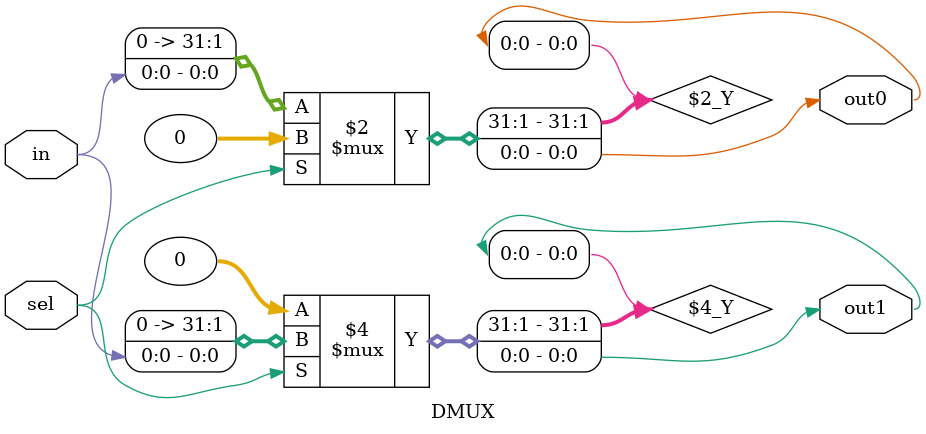
<source format=v>
module DMUX (
    input wire in,
    input wire sel,
    output wire out0,
    output wire out1
);
assign out0 = sel? 0 : in;
assign out1 = sel? in : 0;
endmodule
</source>
